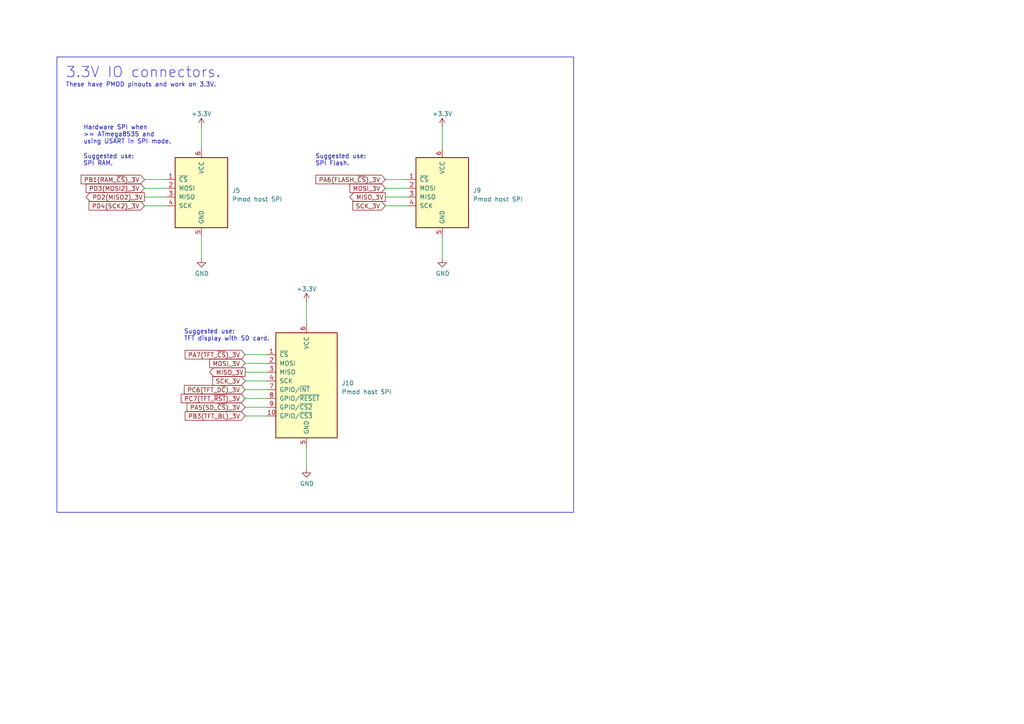
<source format=kicad_sch>
(kicad_sch (version 20230121) (generator eeschema)

  (uuid 2841fc82-d56e-469d-835b-952a585831a4)

  (paper "A4")

  (title_block
    (title "AT90S8535 demo board")
    (date "2023-04-01")
    (rev "V1.0")
    (company "https://github.com/atoomnetmarc/AVR-demo-board")
    (comment 1 "Apache License, version 2.0")
  )

  (lib_symbols
    (symbol "Connector-extra:Pmod-host-spi" (pin_names (offset 1.016)) (in_bom yes) (on_board yes)
      (property "Reference" "J" (at -6.985 11.43 0)
        (effects (font (size 1.27 1.27)))
      )
      (property "Value" "Pmod host SPI" (at 0.635 11.43 0)
        (effects (font (size 1.27 1.27)) (justify left))
      )
      (property "Footprint" "Connector_PinSocket_2.54mm-extra:PinSocket_1x06_P2.54mm_Horizontal" (at 0 -15.24 0)
        (effects (font (size 1.27 1.27)) hide)
      )
      (property "Datasheet" "https://digilent.com/reference/pmod/start" (at -1.27 -17.78 0)
        (effects (font (size 1.27 1.27)) hide)
      )
      (property "ki_keywords" "pmod" (at 0 0 0)
        (effects (font (size 1.27 1.27)) hide)
      )
      (property "ki_description" "Pmod Interface Type 2 (SPI) host" (at 0 0 0)
        (effects (font (size 1.27 1.27)) hide)
      )
      (symbol "Pmod-host-spi_0_1"
        (rectangle (start -7.62 10.16) (end 7.62 -10.16)
          (stroke (width 0.254) (type default))
          (fill (type background))
        )
      )
      (symbol "Pmod-host-spi_1_1"
        (pin input line (at -10.16 3.81 0) (length 2.54)
          (name "~{CS}" (effects (font (size 1.27 1.27))))
          (number "1" (effects (font (size 1.27 1.27))))
        )
        (pin input line (at -10.16 1.27 0) (length 2.54)
          (name "MOSI" (effects (font (size 1.27 1.27))))
          (number "2" (effects (font (size 1.27 1.27))))
        )
        (pin passive line (at -10.16 -1.27 0) (length 2.54)
          (name "MISO" (effects (font (size 1.27 1.27))))
          (number "3" (effects (font (size 1.27 1.27))))
        )
        (pin input line (at -10.16 -3.81 0) (length 2.54)
          (name "SCK" (effects (font (size 1.27 1.27))))
          (number "4" (effects (font (size 1.27 1.27))))
        )
        (pin power_in line (at 0 -12.7 90) (length 2.54)
          (name "GND" (effects (font (size 1.27 1.27))))
          (number "5" (effects (font (size 1.27 1.27))))
        )
        (pin power_in line (at 0 12.7 270) (length 2.54)
          (name "VCC" (effects (font (size 1.27 1.27))))
          (number "6" (effects (font (size 1.27 1.27))))
        )
      )
    )
    (symbol "Connector-extra:Pmod-host-spi-expanded" (pin_names (offset 1.016)) (in_bom yes) (on_board yes)
      (property "Reference" "J" (at -7.62 16.51 0)
        (effects (font (size 1.27 1.27)))
      )
      (property "Value" "Pmod host SPI" (at 0.635 16.51 0)
        (effects (font (size 1.27 1.27)) (justify left))
      )
      (property "Footprint" "Connector_PinSocket_2.54mm-extra:PinSocket_2x06_P2.54mm_Horizontal_Top_Bottom" (at 0 -22.86 0)
        (effects (font (size 1.27 1.27)) hide)
      )
      (property "Datasheet" "https://digilent.com/reference/pmod/start" (at -1.27 -25.4 0)
        (effects (font (size 1.27 1.27)) hide)
      )
      (property "ki_keywords" "pmod" (at 0 0 0)
        (effects (font (size 1.27 1.27)) hide)
      )
      (property "ki_description" "Pmod Interface Type 2A (expanded SPI) host" (at 0 0 0)
        (effects (font (size 1.27 1.27)) hide)
      )
      (symbol "Pmod-host-spi-expanded_0_1"
        (rectangle (start -8.89 15.24) (end 8.89 -15.24)
          (stroke (width 0.254) (type default))
          (fill (type background))
        )
      )
      (symbol "Pmod-host-spi-expanded_1_1"
        (pin input line (at -11.43 8.89 0) (length 2.54)
          (name "~{CS}" (effects (font (size 1.27 1.27))))
          (number "1" (effects (font (size 1.27 1.27))))
        )
        (pin bidirectional line (at -11.43 -8.89 0) (length 2.54)
          (name "GPIO/~{CS3}" (effects (font (size 1.27 1.27))))
          (number "10" (effects (font (size 1.27 1.27))))
        )
        (pin passive line (at 0 -17.78 90) (length 2.54) hide
          (name "GND" (effects (font (size 1.27 1.27))))
          (number "11" (effects (font (size 1.27 1.27))))
        )
        (pin passive line (at 0 17.78 270) (length 2.54) hide
          (name "VCC" (effects (font (size 1.27 1.27))))
          (number "12" (effects (font (size 1.27 1.27))))
        )
        (pin input line (at -11.43 6.35 0) (length 2.54)
          (name "MOSI" (effects (font (size 1.27 1.27))))
          (number "2" (effects (font (size 1.27 1.27))))
        )
        (pin passive line (at -11.43 3.81 0) (length 2.54)
          (name "MISO" (effects (font (size 1.27 1.27))))
          (number "3" (effects (font (size 1.27 1.27))))
        )
        (pin input line (at -11.43 1.27 0) (length 2.54)
          (name "SCK" (effects (font (size 1.27 1.27))))
          (number "4" (effects (font (size 1.27 1.27))))
        )
        (pin power_in line (at 0 -17.78 90) (length 2.54)
          (name "GND" (effects (font (size 1.27 1.27))))
          (number "5" (effects (font (size 1.27 1.27))))
        )
        (pin power_in line (at 0 17.78 270) (length 2.54)
          (name "VCC" (effects (font (size 1.27 1.27))))
          (number "6" (effects (font (size 1.27 1.27))))
        )
        (pin bidirectional line (at -11.43 -1.27 0) (length 2.54)
          (name "GPIO/~{INT}" (effects (font (size 1.27 1.27))))
          (number "7" (effects (font (size 1.27 1.27))))
        )
        (pin bidirectional line (at -11.43 -3.81 0) (length 2.54)
          (name "GPIO/~{RESET}" (effects (font (size 1.27 1.27))))
          (number "8" (effects (font (size 1.27 1.27))))
        )
        (pin bidirectional line (at -11.43 -6.35 0) (length 2.54)
          (name "GPIO/~{CS2}" (effects (font (size 1.27 1.27))))
          (number "9" (effects (font (size 1.27 1.27))))
        )
      )
    )
    (symbol "power:+3.3V" (power) (pin_names (offset 0)) (in_bom yes) (on_board yes)
      (property "Reference" "#PWR" (at 0 -3.81 0)
        (effects (font (size 1.27 1.27)) hide)
      )
      (property "Value" "+3.3V" (at 0 3.556 0)
        (effects (font (size 1.27 1.27)))
      )
      (property "Footprint" "" (at 0 0 0)
        (effects (font (size 1.27 1.27)) hide)
      )
      (property "Datasheet" "" (at 0 0 0)
        (effects (font (size 1.27 1.27)) hide)
      )
      (property "ki_keywords" "global power" (at 0 0 0)
        (effects (font (size 1.27 1.27)) hide)
      )
      (property "ki_description" "Power symbol creates a global label with name \"+3.3V\"" (at 0 0 0)
        (effects (font (size 1.27 1.27)) hide)
      )
      (symbol "+3.3V_0_1"
        (polyline
          (pts
            (xy -0.762 1.27)
            (xy 0 2.54)
          )
          (stroke (width 0) (type default))
          (fill (type none))
        )
        (polyline
          (pts
            (xy 0 0)
            (xy 0 2.54)
          )
          (stroke (width 0) (type default))
          (fill (type none))
        )
        (polyline
          (pts
            (xy 0 2.54)
            (xy 0.762 1.27)
          )
          (stroke (width 0) (type default))
          (fill (type none))
        )
      )
      (symbol "+3.3V_1_1"
        (pin power_in line (at 0 0 90) (length 0) hide
          (name "+3.3V" (effects (font (size 1.27 1.27))))
          (number "1" (effects (font (size 1.27 1.27))))
        )
      )
    )
    (symbol "power:GND" (power) (pin_names (offset 0)) (in_bom yes) (on_board yes)
      (property "Reference" "#PWR" (at 0 -6.35 0)
        (effects (font (size 1.27 1.27)) hide)
      )
      (property "Value" "GND" (at 0 -3.81 0)
        (effects (font (size 1.27 1.27)))
      )
      (property "Footprint" "" (at 0 0 0)
        (effects (font (size 1.27 1.27)) hide)
      )
      (property "Datasheet" "" (at 0 0 0)
        (effects (font (size 1.27 1.27)) hide)
      )
      (property "ki_keywords" "global power" (at 0 0 0)
        (effects (font (size 1.27 1.27)) hide)
      )
      (property "ki_description" "Power symbol creates a global label with name \"GND\" , ground" (at 0 0 0)
        (effects (font (size 1.27 1.27)) hide)
      )
      (symbol "GND_0_1"
        (polyline
          (pts
            (xy 0 0)
            (xy 0 -1.27)
            (xy 1.27 -1.27)
            (xy 0 -2.54)
            (xy -1.27 -1.27)
            (xy 0 -1.27)
          )
          (stroke (width 0) (type default))
          (fill (type none))
        )
      )
      (symbol "GND_1_1"
        (pin power_in line (at 0 0 270) (length 0) hide
          (name "GND" (effects (font (size 1.27 1.27))))
          (number "1" (effects (font (size 1.27 1.27))))
        )
      )
    )
  )


  (wire (pts (xy 128.27 36.83) (xy 128.27 43.18))
    (stroke (width 0) (type default))
    (uuid 074519b1-8a59-44ac-97b8-83ab8a9ca307)
  )
  (wire (pts (xy 71.12 115.57) (xy 77.47 115.57))
    (stroke (width 0) (type default))
    (uuid 0a29cbc0-0132-471f-a379-a838189cf65c)
  )
  (wire (pts (xy 71.12 120.65) (xy 77.47 120.65))
    (stroke (width 0) (type default))
    (uuid 166484d1-a631-4120-bb36-9b568877f235)
  )
  (wire (pts (xy 71.12 118.11) (xy 77.47 118.11))
    (stroke (width 0) (type default))
    (uuid 2dc40d3d-3313-4d9e-a72f-cfe13f906621)
  )
  (wire (pts (xy 111.76 57.15) (xy 118.11 57.15))
    (stroke (width 0) (type default))
    (uuid 4b6a817d-96dc-4798-a3e6-0988f5d62e84)
  )
  (wire (pts (xy 88.9 87.63) (xy 88.9 93.98))
    (stroke (width 0) (type default))
    (uuid 4f6d50b3-305e-4a3e-901e-c47ad100b306)
  )
  (wire (pts (xy 128.27 68.58) (xy 128.27 74.93))
    (stroke (width 0) (type default))
    (uuid 534069d8-86cd-42fb-ae2c-0facf59452f4)
  )
  (wire (pts (xy 71.12 110.49) (xy 77.47 110.49))
    (stroke (width 0) (type default))
    (uuid 57500819-2e35-4430-a19c-6a683fd7cea5)
  )
  (wire (pts (xy 58.42 36.83) (xy 58.42 43.18))
    (stroke (width 0) (type default))
    (uuid 5a2285bf-2130-4ff3-80f0-67a5384d94d9)
  )
  (wire (pts (xy 71.12 102.87) (xy 77.47 102.87))
    (stroke (width 0) (type default))
    (uuid 5ccbb286-a72a-403b-922c-4c31c058de4b)
  )
  (wire (pts (xy 71.12 113.03) (xy 77.47 113.03))
    (stroke (width 0) (type default))
    (uuid 857b695e-cc87-4012-aee5-261fc4219c55)
  )
  (wire (pts (xy 41.91 54.61) (xy 48.26 54.61))
    (stroke (width 0) (type default))
    (uuid 863384a6-f2fd-4548-b1f5-8d679c91abe9)
  )
  (wire (pts (xy 88.9 129.54) (xy 88.9 135.89))
    (stroke (width 0) (type default))
    (uuid 9b66d020-9932-462c-9a29-a5ffc6dcb7e4)
  )
  (wire (pts (xy 71.12 105.41) (xy 77.47 105.41))
    (stroke (width 0) (type default))
    (uuid aa2a87b4-a8d4-4f64-a36f-0d6e9d2324f8)
  )
  (wire (pts (xy 111.76 54.61) (xy 118.11 54.61))
    (stroke (width 0) (type default))
    (uuid b91f8dfb-b842-48c4-a89d-5eaa67d1d469)
  )
  (wire (pts (xy 71.12 107.95) (xy 77.47 107.95))
    (stroke (width 0) (type default))
    (uuid b924c6a3-f6e6-4bfa-831a-0567652175d2)
  )
  (wire (pts (xy 58.42 68.58) (xy 58.42 74.93))
    (stroke (width 0) (type default))
    (uuid c387e392-c4de-4f89-bb30-7fea9829626e)
  )
  (wire (pts (xy 41.91 59.69) (xy 48.26 59.69))
    (stroke (width 0) (type default))
    (uuid ca5d0212-526d-400a-b3d5-a6a9f05a96dc)
  )
  (wire (pts (xy 111.76 52.07) (xy 118.11 52.07))
    (stroke (width 0) (type default))
    (uuid d279bf1f-8c75-420d-987a-714615c7c3e6)
  )
  (wire (pts (xy 41.91 57.15) (xy 48.26 57.15))
    (stroke (width 0) (type default))
    (uuid d3c10b63-6a81-4087-a8ae-f603f62b3e69)
  )
  (wire (pts (xy 41.91 52.07) (xy 48.26 52.07))
    (stroke (width 0) (type default))
    (uuid d51c55ef-0e04-47cb-a033-25867345450f)
  )
  (wire (pts (xy 111.76 59.69) (xy 118.11 59.69))
    (stroke (width 0) (type default))
    (uuid ebe62a5e-cf69-4380-95a5-abe8bd1a28c6)
  )

  (rectangle (start 16.51 16.51) (end 166.37 148.59)
    (stroke (width 0) (type default))
    (fill (type none))
    (uuid 33bf7413-a084-4b67-802b-a2bd2b9adbcf)
  )

  (text "Hardware SPI when \n>= ATmega8535 and\nusing USART in SPI mode."
    (at 24.13 41.91 0)
    (effects (font (size 1.27 1.27)) (justify left bottom))
    (uuid 3cd9840b-d28c-4b38-94a8-bebdf4b4a937)
  )
  (text "3.3V IO connectors." (at 19.05 22.86 0)
    (effects (font (size 3 3)) (justify left bottom))
    (uuid 4f12008e-4c7b-4b4a-b45b-7bdde549c54a)
  )
  (text "Suggested use: \nSPI RAM." (at 24.13 48.26 0)
    (effects (font (size 1.27 1.27)) (justify left bottom))
    (uuid 6520b278-728f-4ef7-9b2e-67fbc01ccd68)
  )
  (text "These have PMOD pinouts and work on 3.3V." (at 19.05 25.4 0)
    (effects (font (size 1.27 1.27)) (justify left bottom))
    (uuid 8d63c529-fa48-4ecb-b4dd-0a7ed0978847)
  )
  (text "Suggested use: \nTFT display with SD card." (at 53.34 99.06 0)
    (effects (font (size 1.27 1.27)) (justify left bottom))
    (uuid c6af1ae3-f8b0-4540-bd2d-70003c6fbe21)
  )
  (text "Suggested use:\nSPI Flash." (at 91.44 48.26 0)
    (effects (font (size 1.27 1.27)) (justify left bottom))
    (uuid f293bf3a-0637-4bac-95f8-1863b6ab2250)
  )

  (global_label "MOSI_3V" (shape input) (at 111.76 54.61 180) (fields_autoplaced)
    (effects (font (size 1.27 1.27)) (justify right))
    (uuid 0c0c99ff-653f-42c7-9988-e8d084e75b61)
    (property "Intersheetrefs" "${INTERSHEET_REFS}" (at 100.9923 54.61 0)
      (effects (font (size 1.27 1.27)) (justify right) hide)
    )
  )
  (global_label "MOSI_3V" (shape input) (at 71.12 105.41 180) (fields_autoplaced)
    (effects (font (size 1.27 1.27)) (justify right))
    (uuid 1a08002b-0392-4a77-90be-279d5becaa86)
    (property "Intersheetrefs" "${INTERSHEET_REFS}" (at 60.3523 105.41 0)
      (effects (font (size 1.27 1.27)) (justify right) hide)
    )
  )
  (global_label "SCK_3V" (shape input) (at 71.12 110.49 180) (fields_autoplaced)
    (effects (font (size 1.27 1.27)) (justify right))
    (uuid 2c5d14f2-3c37-457f-a878-a0a139e4d6dd)
    (property "Intersheetrefs" "${INTERSHEET_REFS}" (at 61.199 110.49 0)
      (effects (font (size 1.27 1.27)) (justify right) hide)
    )
  )
  (global_label "PA6(FLASH_~{CS})_3V" (shape input) (at 111.76 52.07 180) (fields_autoplaced)
    (effects (font (size 1.27 1.27)) (justify right))
    (uuid 3b55fc1e-7647-49d8-8b2c-834c3b685a2f)
    (property "Intersheetrefs" "${INTERSHEET_REFS}" (at 96.3961 52.07 0)
      (effects (font (size 1.27 1.27)) (justify right) hide)
    )
  )
  (global_label "PD4(SCK2)_3V" (shape input) (at 41.91 59.69 180) (fields_autoplaced)
    (effects (font (size 1.27 1.27)) (justify right))
    (uuid 4142839f-02c2-447c-8c35-ea9e0ab132e7)
    (property "Intersheetrefs" "${INTERSHEET_REFS}" (at 30.7795 59.69 0)
      (effects (font (size 1.27 1.27)) (justify right) hide)
    )
  )
  (global_label "PA5(SD_~{CS})_3V" (shape input) (at 71.12 118.11 180) (fields_autoplaced)
    (effects (font (size 1.27 1.27)) (justify right))
    (uuid 703a5a50-36a5-4e89-8de0-7f23168f3078)
    (property "Intersheetrefs" "${INTERSHEET_REFS}" (at 59.0219 118.11 0)
      (effects (font (size 1.27 1.27)) (justify right) hide)
    )
  )
  (global_label "PB1(RAM_~{CS})_3V" (shape input) (at 41.91 52.07 180) (fields_autoplaced)
    (effects (font (size 1.27 1.27)) (justify right))
    (uuid a7b508bc-197d-4361-9b2e-6135599cdce4)
    (property "Intersheetrefs" "${INTERSHEET_REFS}" (at 28.4814 52.07 0)
      (effects (font (size 1.27 1.27)) (justify right) hide)
    )
  )
  (global_label "PB3(TFT_BL)_3V" (shape input) (at 71.12 120.65 180) (fields_autoplaced)
    (effects (font (size 1.27 1.27)) (justify right))
    (uuid ae83bb83-90f2-4734-a3bf-16ef6f3ea89a)
    (property "Intersheetrefs" "${INTERSHEET_REFS}" (at 53.2161 120.65 0)
      (effects (font (size 1.27 1.27)) (justify right) hide)
    )
  )
  (global_label "PC7(TFT_~{RST})_3V" (shape input) (at 71.12 115.57 180) (fields_autoplaced)
    (effects (font (size 1.27 1.27)) (justify right))
    (uuid b2e82ffe-c660-4401-8726-62da585132bb)
    (property "Intersheetrefs" "${INTERSHEET_REFS}" (at 57.51 115.57 0)
      (effects (font (size 1.27 1.27)) (justify right) hide)
    )
  )
  (global_label "MISO_3V" (shape output) (at 71.12 107.95 180) (fields_autoplaced)
    (effects (font (size 1.27 1.27)) (justify right))
    (uuid d8ac96f3-b4dc-400b-9508-88bed9ef4365)
    (property "Intersheetrefs" "${INTERSHEET_REFS}" (at 60.3523 107.95 0)
      (effects (font (size 1.27 1.27)) (justify right) hide)
    )
  )
  (global_label "PC6(TFT_D~{C})_3V" (shape input) (at 71.12 113.03 180) (fields_autoplaced)
    (effects (font (size 1.27 1.27)) (justify right))
    (uuid d8effb27-4bf7-4abd-a79b-bbaf8d325e56)
    (property "Intersheetrefs" "${INTERSHEET_REFS}" (at 58.4171 113.03 0)
      (effects (font (size 1.27 1.27)) (justify right) hide)
    )
  )
  (global_label "PD2(MISO2)_3V" (shape output) (at 41.91 57.15 180) (fields_autoplaced)
    (effects (font (size 1.27 1.27)) (justify right))
    (uuid db270936-d1f7-4d61-8507-e1208df8b679)
    (property "Intersheetrefs" "${INTERSHEET_REFS}" (at 29.9328 57.15 0)
      (effects (font (size 1.27 1.27)) (justify right) hide)
    )
  )
  (global_label "SCK_3V" (shape input) (at 111.76 59.69 180) (fields_autoplaced)
    (effects (font (size 1.27 1.27)) (justify right))
    (uuid de51f507-1983-4c5d-b43c-015104e9c14f)
    (property "Intersheetrefs" "${INTERSHEET_REFS}" (at 101.839 59.69 0)
      (effects (font (size 1.27 1.27)) (justify right) hide)
    )
  )
  (global_label "PA7(TFT_~{CS})_3V" (shape input) (at 71.12 102.87 180) (fields_autoplaced)
    (effects (font (size 1.27 1.27)) (justify right))
    (uuid e09a7466-5d01-4f89-b20e-320ad54c1251)
    (property "Intersheetrefs" "${INTERSHEET_REFS}" (at 58.4776 102.87 0)
      (effects (font (size 1.27 1.27)) (justify right) hide)
    )
  )
  (global_label "PD3(MOSI2)_3V" (shape input) (at 41.91 54.61 180) (fields_autoplaced)
    (effects (font (size 1.27 1.27)) (justify right))
    (uuid f1cbd640-2e77-4c75-8de1-7da4e044f6f7)
    (property "Intersheetrefs" "${INTERSHEET_REFS}" (at 29.9328 54.61 0)
      (effects (font (size 1.27 1.27)) (justify right) hide)
    )
  )
  (global_label "MISO_3V" (shape output) (at 111.76 57.15 180) (fields_autoplaced)
    (effects (font (size 1.27 1.27)) (justify right))
    (uuid f7bb9767-846f-4aa4-a586-1a504d9d2986)
    (property "Intersheetrefs" "${INTERSHEET_REFS}" (at 100.9923 57.15 0)
      (effects (font (size 1.27 1.27)) (justify right) hide)
    )
  )

  (symbol (lib_id "power:+3.3V") (at 88.9 87.63 0) (unit 1)
    (in_bom yes) (on_board yes) (dnp no)
    (uuid 2d4c0fa8-3649-4c3f-a190-104df880b344)
    (property "Reference" "#PWR019" (at 88.9 91.44 0)
      (effects (font (size 1.27 1.27)) hide)
    )
    (property "Value" "+3.3V" (at 88.9 83.82 0)
      (effects (font (size 1.27 1.27)))
    )
    (property "Footprint" "" (at 88.9 87.63 0)
      (effects (font (size 1.27 1.27)) hide)
    )
    (property "Datasheet" "" (at 88.9 87.63 0)
      (effects (font (size 1.27 1.27)) hide)
    )
    (pin "1" (uuid d6ec0f5a-98c6-45d8-a851-fb926b7d6ff8))
    (instances
      (project "at90s8535"
        (path "/b25be410-ef2b-47a5-b0e7-4e30ab693d4d/0ca56ccd-8756-4f8d-88ea-e6f5e867e9e2"
          (reference "#PWR019") (unit 1)
        )
      )
    )
  )

  (symbol (lib_id "power:GND") (at 58.42 74.93 0) (unit 1)
    (in_bom yes) (on_board yes) (dnp no)
    (uuid 331ee15a-4b20-4868-83d9-b785ef872be0)
    (property "Reference" "#PWR011" (at 58.42 81.28 0)
      (effects (font (size 1.27 1.27)) hide)
    )
    (property "Value" "GND" (at 58.547 79.3242 0)
      (effects (font (size 1.27 1.27)))
    )
    (property "Footprint" "" (at 58.42 74.93 0)
      (effects (font (size 1.27 1.27)) hide)
    )
    (property "Datasheet" "" (at 58.42 74.93 0)
      (effects (font (size 1.27 1.27)) hide)
    )
    (pin "1" (uuid acdcf226-7253-4110-9991-199c5cf6f23e))
    (instances
      (project "IoT12 Control Board"
        (path "/2454fd1b-3484-4838-8b7e-d26357238fe1/00000000-0000-0000-0000-000060488463"
          (reference "#PWR011") (unit 1)
        )
      )
      (project "at90s8535"
        (path "/b25be410-ef2b-47a5-b0e7-4e30ab693d4d/0ca56ccd-8756-4f8d-88ea-e6f5e867e9e2"
          (reference "#PWR024") (unit 1)
        )
      )
    )
  )

  (symbol (lib_id "Connector-extra:Pmod-host-spi") (at 128.27 55.88 0) (unit 1)
    (in_bom yes) (on_board yes) (dnp no) (fields_autoplaced)
    (uuid 6186d8d1-5fb1-4e04-9c8a-e225f68bfa6e)
    (property "Reference" "J9" (at 137.16 55.245 0)
      (effects (font (size 1.27 1.27)) (justify left))
    )
    (property "Value" "Pmod host SPI" (at 137.16 57.785 0)
      (effects (font (size 1.27 1.27)) (justify left))
    )
    (property "Footprint" "Connector_PinSocket_2.54mm-extra:PinSocket_1x06_P2.54mm_Horizontal" (at 128.27 71.12 0)
      (effects (font (size 1.27 1.27)) hide)
    )
    (property "Datasheet" "https://digilent.com/reference/pmod/start" (at 127 73.66 0)
      (effects (font (size 1.27 1.27)) hide)
    )
    (pin "1" (uuid ba448887-7498-4725-812c-60f5850b745a))
    (pin "2" (uuid 5634c408-7030-4ae0-a9f1-fba81350e616))
    (pin "3" (uuid d4f94f42-4406-4b61-ae1d-6177f2de14d6))
    (pin "4" (uuid 61b1211e-0431-41db-a922-af424ef578f4))
    (pin "5" (uuid 13c63240-e381-424b-860b-7e5b4420c0c9))
    (pin "6" (uuid d9985ae9-3f75-47b1-b0fb-c917355c4f6e))
    (instances
      (project "at90s8535"
        (path "/b25be410-ef2b-47a5-b0e7-4e30ab693d4d/0ca56ccd-8756-4f8d-88ea-e6f5e867e9e2"
          (reference "J9") (unit 1)
        )
      )
    )
  )

  (symbol (lib_id "power:+3.3V") (at 58.42 36.83 0) (unit 1)
    (in_bom yes) (on_board yes) (dnp no)
    (uuid 6453c6ef-4dd6-4c51-a93b-a3aaf564242e)
    (property "Reference" "#PWR042" (at 58.42 40.64 0)
      (effects (font (size 1.27 1.27)) hide)
    )
    (property "Value" "+3.3V" (at 58.42 33.02 0)
      (effects (font (size 1.27 1.27)))
    )
    (property "Footprint" "" (at 58.42 36.83 0)
      (effects (font (size 1.27 1.27)) hide)
    )
    (property "Datasheet" "" (at 58.42 36.83 0)
      (effects (font (size 1.27 1.27)) hide)
    )
    (pin "1" (uuid 57e707c9-544a-4eb5-a069-25f2a4ed02e3))
    (instances
      (project "at90s8535"
        (path "/b25be410-ef2b-47a5-b0e7-4e30ab693d4d/0ca56ccd-8756-4f8d-88ea-e6f5e867e9e2"
          (reference "#PWR042") (unit 1)
        )
      )
    )
  )

  (symbol (lib_id "Connector-extra:Pmod-host-spi-expanded") (at 88.9 111.76 0) (unit 1)
    (in_bom yes) (on_board yes) (dnp no) (fields_autoplaced)
    (uuid a6ef1e48-b318-462e-baa2-e62f8dc1f145)
    (property "Reference" "J10" (at 99.06 111.125 0)
      (effects (font (size 1.27 1.27)) (justify left))
    )
    (property "Value" "Pmod host SPI" (at 99.06 113.665 0)
      (effects (font (size 1.27 1.27)) (justify left))
    )
    (property "Footprint" "Connector_PinSocket_2.54mm-extra:PinSocket_2x06_P2.54mm_Horizontal_Top_Bottom" (at 88.9 134.62 0)
      (effects (font (size 1.27 1.27)) hide)
    )
    (property "Datasheet" "https://digilent.com/reference/pmod/start" (at 87.63 137.16 0)
      (effects (font (size 1.27 1.27)) hide)
    )
    (pin "1" (uuid 504db5e1-8a2b-4b6b-8d4b-f79e55d8c88b))
    (pin "10" (uuid d9db7e63-7154-4083-bc2f-ce1c480539f4))
    (pin "11" (uuid 3da30940-8fff-4ff9-a7d4-3eadbd1d7770))
    (pin "12" (uuid 75b3539c-cce6-4039-8460-581407c4fbb7))
    (pin "2" (uuid 0761fe9a-23f4-4422-b567-b88e61cada29))
    (pin "3" (uuid 4223cc0f-f212-4313-9ff5-ae6e0e21114e))
    (pin "4" (uuid ce5f770c-69c2-4cb4-b3a3-8b616e6feab8))
    (pin "5" (uuid fa798f00-7488-408b-b489-c69502d0fe69))
    (pin "6" (uuid d3a5bca3-7a97-45a5-9ad2-79eae2e6e9f7))
    (pin "7" (uuid 532cdbcd-287a-4dc7-a827-b609f7ed6e27))
    (pin "8" (uuid 7820ad76-c1d8-4b66-8d72-c4f65944bdd7))
    (pin "9" (uuid fb1c1e66-fb15-4831-8aa1-3a4a38f921b7))
    (instances
      (project "at90s8535"
        (path "/b25be410-ef2b-47a5-b0e7-4e30ab693d4d/0ca56ccd-8756-4f8d-88ea-e6f5e867e9e2"
          (reference "J10") (unit 1)
        )
      )
    )
  )

  (symbol (lib_id "power:GND") (at 128.27 74.93 0) (unit 1)
    (in_bom yes) (on_board yes) (dnp no)
    (uuid a9083a5f-d995-4a27-8252-4c8ff3930a79)
    (property "Reference" "#PWR011" (at 128.27 81.28 0)
      (effects (font (size 1.27 1.27)) hide)
    )
    (property "Value" "GND" (at 128.397 79.3242 0)
      (effects (font (size 1.27 1.27)))
    )
    (property "Footprint" "" (at 128.27 74.93 0)
      (effects (font (size 1.27 1.27)) hide)
    )
    (property "Datasheet" "" (at 128.27 74.93 0)
      (effects (font (size 1.27 1.27)) hide)
    )
    (pin "1" (uuid 4ba0731a-e702-456f-afe1-e338021c10d8))
    (instances
      (project "IoT12 Control Board"
        (path "/2454fd1b-3484-4838-8b7e-d26357238fe1/00000000-0000-0000-0000-000060488463"
          (reference "#PWR011") (unit 1)
        )
      )
      (project "at90s8535"
        (path "/b25be410-ef2b-47a5-b0e7-4e30ab693d4d/0ca56ccd-8756-4f8d-88ea-e6f5e867e9e2"
          (reference "#PWR031") (unit 1)
        )
      )
    )
  )

  (symbol (lib_id "power:+3.3V") (at 128.27 36.83 0) (unit 1)
    (in_bom yes) (on_board yes) (dnp no)
    (uuid c9b032b3-a04c-48e5-b6b8-388d63c9541b)
    (property "Reference" "#PWR023" (at 128.27 40.64 0)
      (effects (font (size 1.27 1.27)) hide)
    )
    (property "Value" "+3.3V" (at 128.27 33.02 0)
      (effects (font (size 1.27 1.27)))
    )
    (property "Footprint" "" (at 128.27 36.83 0)
      (effects (font (size 1.27 1.27)) hide)
    )
    (property "Datasheet" "" (at 128.27 36.83 0)
      (effects (font (size 1.27 1.27)) hide)
    )
    (pin "1" (uuid cde070f7-5d45-4c08-988e-98ae1512a7d9))
    (instances
      (project "at90s8535"
        (path "/b25be410-ef2b-47a5-b0e7-4e30ab693d4d/0ca56ccd-8756-4f8d-88ea-e6f5e867e9e2"
          (reference "#PWR023") (unit 1)
        )
      )
    )
  )

  (symbol (lib_id "power:GND") (at 88.9 135.89 0) (unit 1)
    (in_bom yes) (on_board yes) (dnp no)
    (uuid e78ee873-db22-48c3-825e-2f7e7d89fc52)
    (property "Reference" "#PWR011" (at 88.9 142.24 0)
      (effects (font (size 1.27 1.27)) hide)
    )
    (property "Value" "GND" (at 89.027 140.2842 0)
      (effects (font (size 1.27 1.27)))
    )
    (property "Footprint" "" (at 88.9 135.89 0)
      (effects (font (size 1.27 1.27)) hide)
    )
    (property "Datasheet" "" (at 88.9 135.89 0)
      (effects (font (size 1.27 1.27)) hide)
    )
    (pin "1" (uuid 0dc8982e-f1a5-4b40-897a-1a363a338d2f))
    (instances
      (project "IoT12 Control Board"
        (path "/2454fd1b-3484-4838-8b7e-d26357238fe1/00000000-0000-0000-0000-000060488463"
          (reference "#PWR011") (unit 1)
        )
      )
      (project "at90s8535"
        (path "/b25be410-ef2b-47a5-b0e7-4e30ab693d4d/0ca56ccd-8756-4f8d-88ea-e6f5e867e9e2"
          (reference "#PWR018") (unit 1)
        )
      )
    )
  )

  (symbol (lib_id "Connector-extra:Pmod-host-spi") (at 58.42 55.88 0) (unit 1)
    (in_bom yes) (on_board yes) (dnp no) (fields_autoplaced)
    (uuid fba14f32-0e49-416f-9814-7953276fdb45)
    (property "Reference" "J5" (at 67.31 55.245 0)
      (effects (font (size 1.27 1.27)) (justify left))
    )
    (property "Value" "Pmod host SPI" (at 67.31 57.785 0)
      (effects (font (size 1.27 1.27)) (justify left))
    )
    (property "Footprint" "Connector_PinSocket_2.54mm-extra:PinSocket_1x06_P2.54mm_Horizontal" (at 58.42 71.12 0)
      (effects (font (size 1.27 1.27)) hide)
    )
    (property "Datasheet" "https://digilent.com/reference/pmod/start" (at 57.15 73.66 0)
      (effects (font (size 1.27 1.27)) hide)
    )
    (pin "1" (uuid 6e348f4f-9b6f-4516-baa5-260e595e46c2))
    (pin "2" (uuid 140fec07-2788-42b4-881f-d35db604e770))
    (pin "3" (uuid 41ae1b3e-9875-49e8-9702-84fb7de5ff80))
    (pin "4" (uuid 5b0044aa-c1ab-4c7b-928f-412fc62349ba))
    (pin "5" (uuid 99f8af4e-d9e6-4204-8e5f-2e08a9423044))
    (pin "6" (uuid 1e121f1c-5b9c-4c31-8560-5d65f7e4a81d))
    (instances
      (project "at90s8535"
        (path "/b25be410-ef2b-47a5-b0e7-4e30ab693d4d/0ca56ccd-8756-4f8d-88ea-e6f5e867e9e2"
          (reference "J5") (unit 1)
        )
      )
    )
  )
)

</source>
